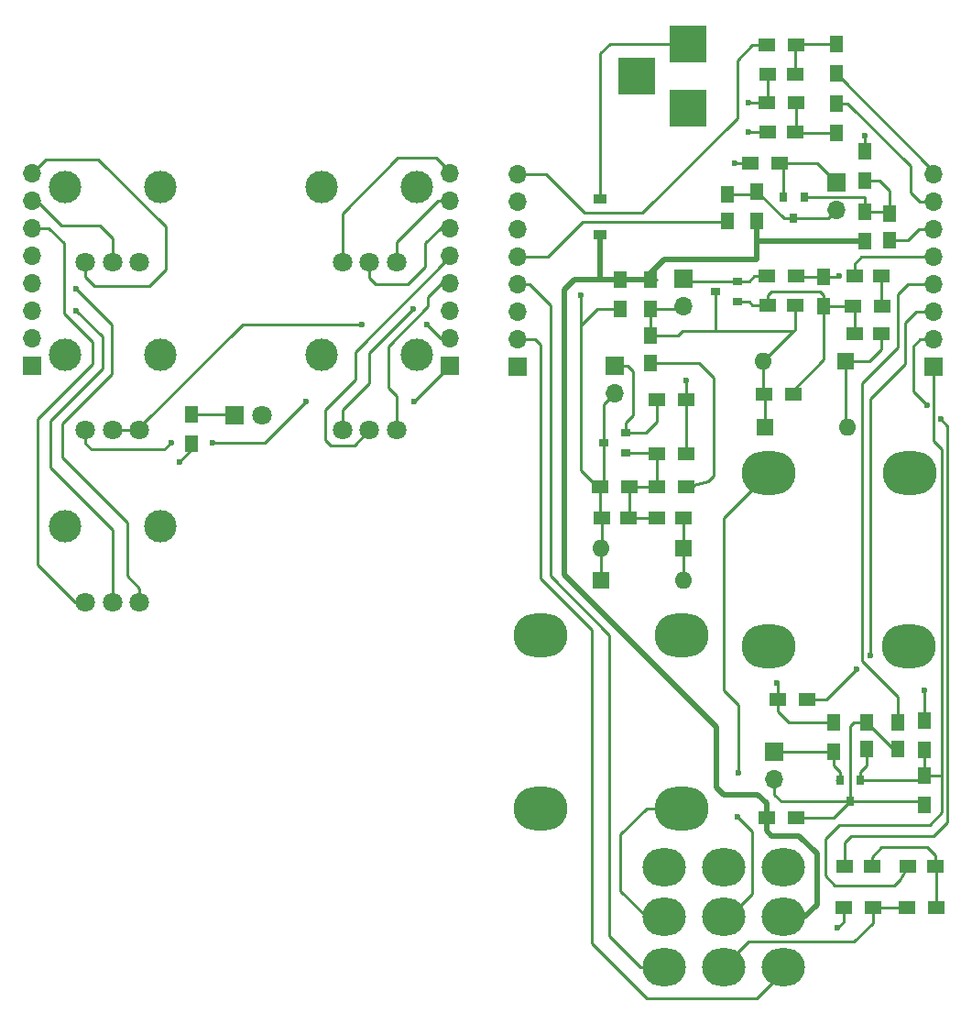
<source format=gbr>
G04 #@! TF.FileFunction,Copper,L1,Top,Signal*
%FSLAX46Y46*%
G04 Gerber Fmt 4.6, Leading zero omitted, Abs format (unit mm)*
G04 Created by KiCad (PCBNEW 4.0.7) date 03/22/18 23:55:52*
%MOMM*%
%LPD*%
G01*
G04 APERTURE LIST*
%ADD10C,0.100000*%
%ADD11C,1.800000*%
%ADD12C,3.000000*%
%ADD13O,5.000000X4.000000*%
%ADD14O,4.000000X3.500000*%
%ADD15R,1.700000X1.700000*%
%ADD16O,1.700000X1.700000*%
%ADD17R,1.500000X1.250000*%
%ADD18R,1.250000X1.500000*%
%ADD19R,1.200000X0.900000*%
%ADD20R,1.800000X1.800000*%
%ADD21R,0.800000X0.900000*%
%ADD22R,0.900000X0.800000*%
%ADD23R,1.500000X1.300000*%
%ADD24R,1.300000X1.500000*%
%ADD25R,1.600000X1.600000*%
%ADD26O,1.600000X1.600000*%
%ADD27R,3.500000X3.500000*%
%ADD28C,0.600000*%
%ADD29C,0.250000*%
%ADD30C,0.500000*%
G04 APERTURE END LIST*
D10*
D11*
X45546000Y-159639000D03*
X48046000Y-159639000D03*
X50546000Y-159639000D03*
D12*
X43646000Y-152639000D03*
X52446000Y-152639000D03*
D13*
X108689000Y-163702000D03*
X108689000Y-147702000D03*
X121689000Y-147702000D03*
X121666000Y-163702000D03*
D14*
X110021000Y-193322000D03*
X104521000Y-193322000D03*
X99021000Y-193322000D03*
X110021000Y-188722000D03*
X104521000Y-188722000D03*
X99021000Y-188722000D03*
X110021000Y-184122000D03*
X104521000Y-184122000D03*
X99021000Y-184122000D03*
D11*
X69295000Y-143764000D03*
X71795000Y-143764000D03*
X74295000Y-143764000D03*
D12*
X67395000Y-136764000D03*
X76195000Y-136764000D03*
D11*
X69295000Y-128270000D03*
X71795000Y-128270000D03*
X74295000Y-128270000D03*
D12*
X67395000Y-121270000D03*
X76195000Y-121270000D03*
D15*
X40640000Y-137795000D03*
D16*
X40640000Y-135255000D03*
X40640000Y-132715000D03*
X40640000Y-130175000D03*
X40640000Y-127635000D03*
X40640000Y-125095000D03*
X40640000Y-122555000D03*
X40640000Y-120015000D03*
D15*
X123952000Y-137922000D03*
D16*
X123952000Y-135382000D03*
X123952000Y-132842000D03*
X123952000Y-130302000D03*
X123952000Y-127762000D03*
X123952000Y-125222000D03*
X123952000Y-122682000D03*
X123952000Y-120142000D03*
D15*
X85471000Y-137922000D03*
D16*
X85471000Y-135382000D03*
X85471000Y-132842000D03*
X85471000Y-130302000D03*
X85471000Y-127762000D03*
X85471000Y-125222000D03*
X85471000Y-122682000D03*
X85471000Y-120142000D03*
D13*
X100607000Y-162688000D03*
X100607000Y-178688000D03*
X87607000Y-178688000D03*
X87630000Y-162688000D03*
D17*
X118217000Y-184023000D03*
X115717000Y-184023000D03*
X124059000Y-184023000D03*
X121559000Y-184023000D03*
D18*
X117729000Y-170708000D03*
X117729000Y-173208000D03*
X120650000Y-170708000D03*
X120650000Y-173208000D03*
D17*
X116606000Y-129540000D03*
X119106000Y-129540000D03*
X119106000Y-134874000D03*
X116606000Y-134874000D03*
X111105000Y-132207000D03*
X108605000Y-132207000D03*
D18*
X97790000Y-135021000D03*
X97790000Y-137521000D03*
D17*
X100818000Y-151892000D03*
X98318000Y-151892000D03*
X93238000Y-151892000D03*
X95738000Y-151892000D03*
X108605000Y-110871000D03*
X111105000Y-110871000D03*
X111105000Y-116205000D03*
X108605000Y-116205000D03*
D18*
X119888000Y-123718000D03*
X119888000Y-126218000D03*
X104902000Y-121940000D03*
X104902000Y-124440000D03*
D19*
X93091000Y-125729000D03*
X93091000Y-122429000D03*
D20*
X59309000Y-142367000D03*
D11*
X61849000Y-142367000D03*
X45546000Y-143764000D03*
X48046000Y-143764000D03*
X50546000Y-143764000D03*
D12*
X43646000Y-136764000D03*
X52446000Y-136764000D03*
D15*
X79248000Y-137795000D03*
D16*
X79248000Y-135255000D03*
X79248000Y-132715000D03*
X79248000Y-130175000D03*
X79248000Y-127635000D03*
X79248000Y-125095000D03*
X79248000Y-122555000D03*
X79248000Y-120015000D03*
D11*
X45546000Y-128270000D03*
X48046000Y-128270000D03*
X50546000Y-128270000D03*
D12*
X43646000Y-121270000D03*
X52446000Y-121270000D03*
D21*
X117155000Y-176038000D03*
X115255000Y-176038000D03*
X116205000Y-178038000D03*
D22*
X105775000Y-131887000D03*
X105775000Y-129987000D03*
X103775000Y-130937000D03*
X95488000Y-145857000D03*
X95488000Y-143957000D03*
X93488000Y-144907000D03*
D21*
X111948000Y-122190000D03*
X110048000Y-122190000D03*
X110998000Y-124190000D03*
D23*
X118317000Y-187833000D03*
X115617000Y-187833000D03*
X124159000Y-187833000D03*
X121459000Y-187833000D03*
D24*
X123063000Y-170608000D03*
X123063000Y-173308000D03*
X123063000Y-178388000D03*
X123063000Y-175688000D03*
D23*
X111205000Y-179578000D03*
X108505000Y-179578000D03*
D24*
X114681000Y-170735000D03*
X114681000Y-173435000D03*
D23*
X112221000Y-168656000D03*
X109521000Y-168656000D03*
X119206000Y-132334000D03*
X116506000Y-132334000D03*
D24*
X113792000Y-132287000D03*
X113792000Y-129587000D03*
D23*
X108251000Y-140462000D03*
X110951000Y-140462000D03*
D24*
X97790000Y-129841000D03*
X97790000Y-132541000D03*
D23*
X108505000Y-129540000D03*
X111205000Y-129540000D03*
X101045000Y-148971000D03*
X98345000Y-148971000D03*
X98345000Y-145923000D03*
X101045000Y-145923000D03*
X93138000Y-148971000D03*
X95838000Y-148971000D03*
D24*
X94996000Y-129841000D03*
X94996000Y-132541000D03*
D23*
X98345000Y-140970000D03*
X101045000Y-140970000D03*
X108505000Y-108204000D03*
X111205000Y-108204000D03*
X111205000Y-113538000D03*
X108505000Y-113538000D03*
D24*
X114935000Y-113585000D03*
X114935000Y-116285000D03*
X114935000Y-110824000D03*
X114935000Y-108124000D03*
X117602000Y-126318000D03*
X117602000Y-123618000D03*
X117602000Y-120730000D03*
X117602000Y-118030000D03*
X107569000Y-124413000D03*
X107569000Y-121713000D03*
D23*
X109681000Y-119126000D03*
X106981000Y-119126000D03*
D24*
X55372000Y-142287000D03*
X55372000Y-144987000D03*
D15*
X109220000Y-173482000D03*
D16*
X109220000Y-176022000D03*
D15*
X100838000Y-129794000D03*
D16*
X100838000Y-132334000D03*
D15*
X94488000Y-137795000D03*
D16*
X94488000Y-140335000D03*
D15*
X114935000Y-120904000D03*
D16*
X114935000Y-123444000D03*
D25*
X108331000Y-143510000D03*
D26*
X115951000Y-143510000D03*
D25*
X115824000Y-137414000D03*
D26*
X108204000Y-137414000D03*
D25*
X93218000Y-157607000D03*
D26*
X100838000Y-157607000D03*
D25*
X100838000Y-154686000D03*
D26*
X93218000Y-154686000D03*
D27*
X101219000Y-114046000D03*
X101219000Y-108046000D03*
X96519000Y-111046000D03*
D28*
X117602000Y-116586000D03*
X106807000Y-116205000D03*
X109474000Y-167132000D03*
X123063000Y-167767000D03*
X101092000Y-139192000D03*
X115189000Y-129540000D03*
X105537000Y-119126000D03*
X115062000Y-189738000D03*
X105918000Y-175387000D03*
X105791000Y-179451000D03*
X116840000Y-165862000D03*
X118110000Y-164592000D03*
X75819000Y-132588000D03*
X54229000Y-146685000D03*
X44704000Y-132715000D03*
X123317000Y-141478000D03*
X124587000Y-142748000D03*
X53467000Y-144907000D03*
X57277000Y-144907000D03*
X65913000Y-141097000D03*
X75946000Y-141097000D03*
X77089000Y-133985000D03*
X71120000Y-133985000D03*
X44704000Y-130683000D03*
X91313000Y-131318000D03*
X106807000Y-113538000D03*
D29*
X118217000Y-184023000D02*
X118217000Y-183154000D01*
X124059000Y-182987000D02*
X124059000Y-184023000D01*
X123317000Y-182245000D02*
X124059000Y-182987000D01*
X119126000Y-182245000D02*
X123317000Y-182245000D01*
X118217000Y-183154000D02*
X119126000Y-182245000D01*
X124159000Y-187833000D02*
X124159000Y-184123000D01*
X124159000Y-184123000D02*
X124059000Y-184023000D01*
X119106000Y-129540000D02*
X119106000Y-132234000D01*
X119106000Y-132234000D02*
X119206000Y-132334000D01*
X115824000Y-137414000D02*
X115824000Y-143383000D01*
X115824000Y-143383000D02*
X115951000Y-143510000D01*
X115824000Y-137414000D02*
X117983000Y-137414000D01*
X119106000Y-136291000D02*
X119106000Y-134874000D01*
X117983000Y-137414000D02*
X119106000Y-136291000D01*
X117602000Y-118030000D02*
X117602000Y-116586000D01*
X108605000Y-116205000D02*
X106807000Y-116205000D01*
X109521000Y-168656000D02*
X109521000Y-169719000D01*
X109521000Y-169719000D02*
X110537000Y-170735000D01*
X113792000Y-129587000D02*
X111252000Y-129587000D01*
X111252000Y-129587000D02*
X111205000Y-129540000D01*
X109521000Y-168656000D02*
X109521000Y-167179000D01*
X109521000Y-167179000D02*
X109474000Y-167132000D01*
X113745000Y-129540000D02*
X113792000Y-129587000D01*
X114681000Y-170735000D02*
X110537000Y-170735000D01*
X113458000Y-129921000D02*
X113792000Y-129587000D01*
X123063000Y-170608000D02*
X123063000Y-167767000D01*
X101045000Y-140970000D02*
X101045000Y-139239000D01*
X101045000Y-139239000D02*
X101092000Y-139192000D01*
X113792000Y-129587000D02*
X115142000Y-129587000D01*
X115142000Y-129587000D02*
X115189000Y-129540000D01*
X113745000Y-129540000D02*
X113792000Y-129587000D01*
X106981000Y-119126000D02*
X105537000Y-119126000D01*
X115617000Y-187833000D02*
X115617000Y-189183000D01*
X115617000Y-189183000D02*
X115062000Y-189738000D01*
X101045000Y-145923000D02*
X101045000Y-140970000D01*
X111205000Y-113538000D02*
X111205000Y-116105000D01*
X111205000Y-116105000D02*
X111385000Y-116285000D01*
X111385000Y-116285000D02*
X114935000Y-116285000D01*
D30*
X117602000Y-126318000D02*
X107569000Y-126318000D01*
X107569000Y-126318000D02*
X107569000Y-126238000D01*
X108505000Y-179578000D02*
X108505000Y-180768000D01*
X108966000Y-181229000D02*
X110109000Y-181229000D01*
X108505000Y-180768000D02*
X108966000Y-181229000D01*
X103886000Y-175514000D02*
X103886000Y-176784000D01*
X108505000Y-178228000D02*
X108505000Y-179578000D01*
X107696000Y-177419000D02*
X108505000Y-178228000D01*
X104521000Y-177419000D02*
X107696000Y-177419000D01*
X103886000Y-176784000D02*
X104521000Y-177419000D01*
X103886000Y-171196000D02*
X103886000Y-175514000D01*
X89789000Y-130810000D02*
X90758000Y-129841000D01*
X89789000Y-157099000D02*
X89789000Y-130810000D01*
X90758000Y-129841000D02*
X93091000Y-129841000D01*
X103886000Y-171196000D02*
X89789000Y-157099000D01*
D29*
X108505000Y-179578000D02*
X108505000Y-180133000D01*
D30*
X110109000Y-181229000D02*
X111506000Y-181229000D01*
X113157000Y-187579000D02*
X112014000Y-188722000D01*
X113157000Y-182880000D02*
X113157000Y-187579000D01*
X111506000Y-181229000D02*
X113157000Y-182880000D01*
X112014000Y-188722000D02*
X110021000Y-188722000D01*
X97790000Y-129841000D02*
X97790000Y-129286000D01*
X97790000Y-129286000D02*
X99060000Y-128016000D01*
X93091000Y-125729000D02*
X93091000Y-129841000D01*
X94996000Y-129841000D02*
X97790000Y-129841000D01*
X93091000Y-129841000D02*
X94996000Y-129841000D01*
X93092000Y-125730000D02*
X93091000Y-125729000D01*
X92964000Y-125856000D02*
X93091000Y-125729000D01*
X107569000Y-128016000D02*
X107569000Y-126238000D01*
X107569000Y-126238000D02*
X107569000Y-124413000D01*
X107569000Y-128016000D02*
X99060000Y-128016000D01*
X107569000Y-124413000D02*
X107569000Y-124460000D01*
X107268000Y-124714000D02*
X107569000Y-124413000D01*
D29*
X97790000Y-129841000D02*
X98378000Y-129841000D01*
X97790000Y-129841000D02*
X97790000Y-129493000D01*
X107569000Y-124413000D02*
X107649000Y-124413000D01*
X104521000Y-188722000D02*
X105029000Y-188722000D01*
X105029000Y-188722000D02*
X107188000Y-186563000D01*
X104521000Y-151870000D02*
X108689000Y-147702000D01*
X104521000Y-167767000D02*
X104521000Y-151870000D01*
X105918000Y-169164000D02*
X104521000Y-167767000D01*
X105918000Y-175387000D02*
X105918000Y-169164000D01*
X107188000Y-180848000D02*
X105791000Y-179451000D01*
X107188000Y-186563000D02*
X107188000Y-180848000D01*
X104521000Y-188722000D02*
X105410000Y-188722000D01*
X104521000Y-188722000D02*
X104267000Y-188722000D01*
X99021000Y-188722000D02*
X97409000Y-188722000D01*
X97409000Y-188722000D02*
X94996000Y-186309000D01*
X94996000Y-186309000D02*
X94996000Y-181102000D01*
X94996000Y-181102000D02*
X97410000Y-178688000D01*
X97410000Y-178688000D02*
X100607000Y-178688000D01*
X100607000Y-178688000D02*
X100607000Y-179474000D01*
X100607000Y-178688000D02*
X102361000Y-178688000D01*
X91503500Y-124523500D02*
X104818500Y-124523500D01*
X104818500Y-124523500D02*
X104902000Y-124440000D01*
X88265000Y-127762000D02*
X85471000Y-127762000D01*
X91503500Y-124523500D02*
X88265000Y-127762000D01*
X85725000Y-127762000D02*
X85471000Y-127762000D01*
X123952000Y-125222000D02*
X122555000Y-125222000D01*
X121559000Y-126218000D02*
X119888000Y-126218000D01*
X122555000Y-125222000D02*
X121559000Y-126218000D01*
X123952000Y-132842000D02*
X122301000Y-132842000D01*
X114046000Y-168656000D02*
X112221000Y-168656000D01*
X116840000Y-165862000D02*
X114046000Y-168656000D01*
X118110000Y-140843000D02*
X118110000Y-164592000D01*
X121285000Y-137668000D02*
X118110000Y-140843000D01*
X121285000Y-133858000D02*
X121285000Y-137668000D01*
X122301000Y-132842000D02*
X121285000Y-133858000D01*
X116606000Y-129540000D02*
X116606000Y-128377000D01*
X117221000Y-127762000D02*
X119126000Y-127762000D01*
X116606000Y-128377000D02*
X117221000Y-127762000D01*
X116606000Y-129540000D02*
X116713000Y-129540000D01*
X116606000Y-129540000D02*
X116606000Y-129393000D01*
X119126000Y-127762000D02*
X123825000Y-127762000D01*
X114935000Y-113585000D02*
X115998000Y-113585000D01*
X115998000Y-113585000D02*
X121793000Y-119380000D01*
X123825000Y-122682000D02*
X122682000Y-122682000D01*
X121793000Y-121793000D02*
X121793000Y-119380000D01*
X122682000Y-122682000D02*
X121793000Y-121793000D01*
X114935000Y-113585000D02*
X114982000Y-113585000D01*
X123952000Y-122682000D02*
X123825000Y-122682000D01*
X123952000Y-120142000D02*
X123952000Y-119841000D01*
X123952000Y-119841000D02*
X114935000Y-110824000D01*
X114935000Y-110824000D02*
X115269000Y-110824000D01*
X110021000Y-193322000D02*
X110021000Y-193763000D01*
X110021000Y-193763000D02*
X107569000Y-196215000D01*
X107569000Y-196215000D02*
X97409000Y-196215000D01*
X97409000Y-196215000D02*
X92329000Y-191135000D01*
X92329000Y-191135000D02*
X92329000Y-162179000D01*
X92329000Y-162179000D02*
X87630000Y-157480000D01*
X87630000Y-157480000D02*
X87630000Y-135890000D01*
X87630000Y-135890000D02*
X87122000Y-135382000D01*
X87122000Y-135382000D02*
X85471000Y-135382000D01*
X85471000Y-130302000D02*
X86614000Y-130302000D01*
X96802000Y-193322000D02*
X99021000Y-193322000D01*
X93980000Y-190500000D02*
X96802000Y-193322000D01*
X93980000Y-162687000D02*
X93980000Y-190500000D01*
X88519000Y-157226000D02*
X93980000Y-162687000D01*
X88519000Y-132207000D02*
X88519000Y-157226000D01*
X86614000Y-130302000D02*
X88519000Y-132207000D01*
X85471000Y-130302000D02*
X86106000Y-130302000D01*
X123952000Y-130302000D02*
X121539000Y-130302000D01*
X120650000Y-168402000D02*
X120650000Y-170708000D01*
X117348000Y-165100000D02*
X120650000Y-168402000D01*
X117348000Y-139446000D02*
X117348000Y-165100000D01*
X120650000Y-136144000D02*
X117348000Y-139446000D01*
X120650000Y-131191000D02*
X120650000Y-136144000D01*
X121539000Y-130302000D02*
X120650000Y-131191000D01*
X120122000Y-170708000D02*
X120650000Y-170708000D01*
X120650000Y-170708000D02*
X120650000Y-170180000D01*
X97790000Y-137521000D02*
X102215000Y-137521000D01*
X103124000Y-148463000D02*
X101045000Y-148971000D01*
X103632000Y-147955000D02*
X103124000Y-148463000D01*
X103632000Y-138938000D02*
X103632000Y-147955000D01*
X102215000Y-137521000D02*
X103632000Y-138938000D01*
X101045000Y-148971000D02*
X101727000Y-148971000D01*
X95738000Y-151892000D02*
X98318000Y-151892000D01*
X95488000Y-145857000D02*
X98279000Y-145857000D01*
X98279000Y-145857000D02*
X98345000Y-145923000D01*
X95845000Y-151785000D02*
X95738000Y-151892000D01*
X98345000Y-148971000D02*
X95838000Y-148971000D01*
X98345000Y-145923000D02*
X98345000Y-148971000D01*
X95758000Y-151912000D02*
X95838000Y-151832000D01*
X95838000Y-151832000D02*
X95838000Y-148971000D01*
X117602000Y-120730000D02*
X118952000Y-120730000D01*
X119888000Y-121666000D02*
X119888000Y-123718000D01*
X118952000Y-120730000D02*
X119888000Y-121666000D01*
X117602000Y-123618000D02*
X119788000Y-123618000D01*
X119788000Y-123618000D02*
X119888000Y-123718000D01*
X111948000Y-122190000D02*
X117602000Y-122190000D01*
X117602000Y-123618000D02*
X117602000Y-122190000D01*
X117715000Y-120843000D02*
X117602000Y-120730000D01*
X93091000Y-122429000D02*
X93091000Y-108966000D01*
X93091000Y-108966000D02*
X94011000Y-108046000D01*
X94011000Y-108046000D02*
X101219000Y-108046000D01*
X93091000Y-122429000D02*
X93091000Y-122047000D01*
X55372000Y-142287000D02*
X59229000Y-142287000D01*
X59229000Y-142287000D02*
X59309000Y-142367000D01*
X110021000Y-184122000D02*
X110021000Y-183300000D01*
X69295000Y-143764000D02*
X69295000Y-141906000D01*
X71755000Y-136652000D02*
X75819000Y-132588000D01*
X71755000Y-139446000D02*
X71755000Y-136652000D01*
X69295000Y-141906000D02*
X71755000Y-139446000D01*
X74295000Y-140589000D02*
X74295000Y-143764000D01*
X79248000Y-130175000D02*
X78486000Y-130175000D01*
X78486000Y-130175000D02*
X77216000Y-131445000D01*
X77216000Y-131445000D02*
X77216000Y-132334000D01*
X77216000Y-132334000D02*
X73533000Y-136017000D01*
X73533000Y-136017000D02*
X73533000Y-139827000D01*
X73533000Y-139827000D02*
X74295000Y-140589000D01*
X70398000Y-145161000D02*
X71795000Y-143764000D01*
X79248000Y-127635000D02*
X79248000Y-127762000D01*
X79248000Y-127762000D02*
X70485000Y-136525000D01*
X70485000Y-136525000D02*
X70485000Y-139065000D01*
X70485000Y-139065000D02*
X67691000Y-141859000D01*
X67691000Y-141859000D02*
X67691000Y-144653000D01*
X67691000Y-144653000D02*
X68199000Y-145161000D01*
X68199000Y-145161000D02*
X70398000Y-145161000D01*
X78359000Y-125095000D02*
X79248000Y-125095000D01*
X76962000Y-126492000D02*
X78359000Y-125095000D01*
X76962000Y-128651000D02*
X76962000Y-126492000D01*
X75311000Y-130302000D02*
X76962000Y-128651000D01*
X72390000Y-130302000D02*
X75311000Y-130302000D01*
X71795000Y-128270000D02*
X71795000Y-129707000D01*
X71795000Y-129707000D02*
X72390000Y-130302000D01*
X55372000Y-144987000D02*
X55372000Y-145542000D01*
X55372000Y-145542000D02*
X54229000Y-146685000D01*
X48046000Y-159639000D02*
X48046000Y-152948000D01*
X47117000Y-135128000D02*
X44704000Y-132715000D01*
X47117000Y-138049000D02*
X47117000Y-135128000D01*
X42291000Y-142875000D02*
X47117000Y-138049000D01*
X42291000Y-147193000D02*
X42291000Y-142875000D01*
X48046000Y-152948000D02*
X42291000Y-147193000D01*
X45546000Y-159639000D02*
X44577000Y-159639000D01*
X42164000Y-125095000D02*
X40640000Y-125095000D01*
X43561000Y-126492000D02*
X42164000Y-125095000D01*
X43561000Y-132969000D02*
X43561000Y-126492000D01*
X46228000Y-135636000D02*
X43561000Y-132969000D01*
X46228000Y-137668000D02*
X46228000Y-135636000D01*
X41148000Y-142748000D02*
X46228000Y-137668000D01*
X41148000Y-156210000D02*
X41148000Y-142748000D01*
X44577000Y-159639000D02*
X41148000Y-156210000D01*
X123952000Y-141351000D02*
X123952000Y-144780000D01*
X123952000Y-144780000D02*
X124714000Y-145542000D01*
X124714000Y-145542000D02*
X124714000Y-175641000D01*
X123952000Y-137922000D02*
X123952000Y-141351000D01*
X124714000Y-179070000D02*
X123571000Y-180213000D01*
X115189000Y-180213000D02*
X123571000Y-180213000D01*
X113919000Y-184912000D02*
X113919000Y-181483000D01*
X114808000Y-185801000D02*
X113919000Y-184912000D01*
X120269000Y-185801000D02*
X114808000Y-185801000D01*
X120797000Y-185273000D02*
X120269000Y-185801000D01*
X121559000Y-184023000D02*
X120797000Y-185273000D01*
X113919000Y-181483000D02*
X115189000Y-180213000D01*
X124714000Y-179070000D02*
X124714000Y-175641000D01*
X117155000Y-176038000D02*
X122713000Y-176038000D01*
X122713000Y-176038000D02*
X123063000Y-175688000D01*
X117155000Y-176038000D02*
X117155000Y-175326000D01*
X117729000Y-174752000D02*
X117729000Y-173208000D01*
X117155000Y-175326000D02*
X117729000Y-174752000D01*
X123063000Y-175688000D02*
X124714000Y-175688000D01*
X124714000Y-175688000D02*
X124714000Y-175641000D01*
X123063000Y-175688000D02*
X123063000Y-173308000D01*
X123063000Y-173308000D02*
X122963000Y-173208000D01*
X125222000Y-143637000D02*
X125222000Y-143383000D01*
X122682000Y-135382000D02*
X123952000Y-135382000D01*
X122047000Y-136017000D02*
X122682000Y-135382000D01*
X122047000Y-140208000D02*
X122047000Y-136017000D01*
X123317000Y-141478000D02*
X122047000Y-140208000D01*
X125222000Y-143383000D02*
X124587000Y-142748000D01*
X116332000Y-181229000D02*
X123952000Y-181229000D01*
X125222000Y-179959000D02*
X125222000Y-143637000D01*
X123952000Y-181229000D02*
X125222000Y-179959000D01*
X115717000Y-181844000D02*
X115717000Y-184023000D01*
X116332000Y-181229000D02*
X115717000Y-181844000D01*
X113792000Y-132287000D02*
X113792000Y-131318000D01*
X113411000Y-130937000D02*
X112014000Y-130937000D01*
X113792000Y-131318000D02*
X113411000Y-130937000D01*
X113792000Y-132287000D02*
X116459000Y-132287000D01*
X116459000Y-132287000D02*
X116506000Y-132334000D01*
X116606000Y-134874000D02*
X116606000Y-132434000D01*
X116606000Y-132434000D02*
X116506000Y-132334000D01*
X113792000Y-132287000D02*
X113792000Y-137240000D01*
X113792000Y-137240000D02*
X110951000Y-140081000D01*
X105775000Y-131887000D02*
X106868000Y-131887000D01*
X107188000Y-132207000D02*
X108605000Y-132207000D01*
X106868000Y-131887000D02*
X107188000Y-132207000D01*
X108605000Y-132207000D02*
X108605000Y-131298000D01*
X108605000Y-131298000D02*
X108966000Y-130937000D01*
X108966000Y-130937000D02*
X112014000Y-130937000D01*
X116606000Y-134874000D02*
X116479000Y-134894000D01*
X105791000Y-131903000D02*
X105775000Y-131887000D01*
X113872000Y-132207000D02*
X113792000Y-132287000D01*
X113872000Y-132287000D02*
X113792000Y-132287000D01*
X100838000Y-154686000D02*
X100838000Y-151912000D01*
X100838000Y-151912000D02*
X100818000Y-151892000D01*
X100838000Y-154686000D02*
X100838000Y-157607000D01*
X100838000Y-151912000D02*
X100818000Y-151892000D01*
X114935000Y-108124000D02*
X111285000Y-108124000D01*
X111285000Y-108124000D02*
X111105000Y-108304000D01*
X111105000Y-108304000D02*
X111105000Y-110871000D01*
X79248000Y-137795000D02*
X75946000Y-141097000D01*
X45546000Y-144987000D02*
X45546000Y-143764000D01*
X46101000Y-145542000D02*
X45546000Y-144987000D01*
X52832000Y-145542000D02*
X46101000Y-145542000D01*
X53467000Y-144907000D02*
X52832000Y-145542000D01*
X62103000Y-144907000D02*
X57277000Y-144907000D01*
X65913000Y-141097000D02*
X62103000Y-144907000D01*
X50546000Y-143764000D02*
X50546000Y-143510000D01*
X50546000Y-143510000D02*
X60071000Y-133985000D01*
X78359000Y-135255000D02*
X79248000Y-135255000D01*
X77089000Y-133985000D02*
X78359000Y-135255000D01*
X60071000Y-133985000D02*
X71120000Y-133985000D01*
X48046000Y-143764000D02*
X50546000Y-143764000D01*
X79248000Y-122555000D02*
X78105000Y-122555000D01*
X78105000Y-122555000D02*
X74295000Y-126365000D01*
X74295000Y-126365000D02*
X74295000Y-128270000D01*
X79248000Y-120015000D02*
X79248000Y-119888000D01*
X79248000Y-119888000D02*
X77978000Y-118618000D01*
X77978000Y-118618000D02*
X74422000Y-118618000D01*
X74422000Y-118618000D02*
X69295000Y-123745000D01*
X69295000Y-123745000D02*
X69295000Y-128270000D01*
X50546000Y-159639000D02*
X50546000Y-158369000D01*
X48006000Y-133985000D02*
X44704000Y-130683000D01*
X48006000Y-138557000D02*
X48006000Y-133985000D01*
X43434000Y-143129000D02*
X48006000Y-138557000D01*
X43434000Y-146304000D02*
X43434000Y-143129000D01*
X49403000Y-152273000D02*
X43434000Y-146304000D01*
X49403000Y-157226000D02*
X49403000Y-152273000D01*
X50546000Y-158369000D02*
X49403000Y-157226000D01*
X40640000Y-120015000D02*
X41910000Y-118745000D01*
X45546000Y-129620000D02*
X45546000Y-128270000D01*
X46355000Y-130429000D02*
X45546000Y-129620000D01*
X51435000Y-130429000D02*
X46355000Y-130429000D01*
X52959000Y-128905000D02*
X51435000Y-130429000D01*
X52959000Y-124968000D02*
X52959000Y-128905000D01*
X46736000Y-118745000D02*
X52959000Y-124968000D01*
X41910000Y-118745000D02*
X46736000Y-118745000D01*
X40640000Y-120015000D02*
X40640000Y-119761000D01*
X104521000Y-193322000D02*
X104521000Y-193294000D01*
X104521000Y-193294000D02*
X106807000Y-191008000D01*
X118317000Y-189277000D02*
X118317000Y-187833000D01*
X116586000Y-191008000D02*
X118317000Y-189277000D01*
X106807000Y-191008000D02*
X116586000Y-191008000D01*
X121459000Y-187833000D02*
X118317000Y-187833000D01*
X40640000Y-122555000D02*
X41021000Y-122555000D01*
X41021000Y-122555000D02*
X43307000Y-124841000D01*
X43307000Y-124841000D02*
X46863000Y-124841000D01*
X46863000Y-124841000D02*
X48046000Y-126024000D01*
X48046000Y-126024000D02*
X48046000Y-128270000D01*
X111205000Y-179578000D02*
X114665000Y-179578000D01*
X114665000Y-179578000D02*
X116205000Y-178038000D01*
X120650000Y-173208000D02*
X120229000Y-173208000D01*
X120229000Y-173208000D02*
X117729000Y-170708000D01*
X116205000Y-178038000D02*
X109839000Y-178038000D01*
X109220000Y-177419000D02*
X109220000Y-176022000D01*
X109839000Y-178038000D02*
X109220000Y-177419000D01*
X116205000Y-178038000D02*
X116205000Y-171069000D01*
X116566000Y-170708000D02*
X117729000Y-170708000D01*
X116205000Y-171069000D02*
X116566000Y-170708000D01*
X109220000Y-176022000D02*
X109220000Y-176149000D01*
X117455000Y-170708000D02*
X117729000Y-170708000D01*
X116205000Y-178038000D02*
X122713000Y-178038000D01*
X122713000Y-178038000D02*
X123063000Y-178388000D01*
X111105000Y-132207000D02*
X111105000Y-134513000D01*
X111105000Y-134513000D02*
X110998000Y-134620000D01*
X110998000Y-134620000D02*
X108204000Y-137414000D01*
X108204000Y-137414000D02*
X108204000Y-140034000D01*
X108204000Y-140034000D02*
X108331000Y-140161000D01*
X108331000Y-140161000D02*
X108331000Y-143510000D01*
X107743000Y-137508000D02*
X107823000Y-137588000D01*
X108251000Y-140081000D02*
X108251000Y-140128000D01*
X108458000Y-144018000D02*
X107950000Y-143510000D01*
X108251000Y-140509000D02*
X108251000Y-140081000D01*
X103775000Y-130937000D02*
X103775000Y-134620000D01*
X103775000Y-134620000D02*
X103759000Y-134620000D01*
X110998000Y-132314000D02*
X111105000Y-132207000D01*
X97790000Y-135021000D02*
X100310000Y-135021000D01*
X100711000Y-134620000D02*
X103759000Y-134620000D01*
X103759000Y-134620000D02*
X110998000Y-134620000D01*
X100310000Y-135021000D02*
X100711000Y-134620000D01*
X97790000Y-132541000D02*
X100631000Y-132541000D01*
X97790000Y-132541000D02*
X97790000Y-135021000D01*
X97690000Y-132441000D02*
X97790000Y-132541000D01*
X106807000Y-113538000D02*
X108505000Y-113538000D01*
X93218000Y-157607000D02*
X93218000Y-154686000D01*
X93218000Y-154686000D02*
X93238000Y-154666000D01*
X93238000Y-154666000D02*
X93238000Y-151892000D01*
X91313000Y-134239000D02*
X91313000Y-131318000D01*
X91313000Y-147447000D02*
X91313000Y-134239000D01*
X91313000Y-134239000D02*
X91313000Y-134112000D01*
X92329000Y-148463000D02*
X91313000Y-147447000D01*
X93138000Y-148971000D02*
X92329000Y-148463000D01*
X92884000Y-132541000D02*
X94996000Y-132541000D01*
X91313000Y-134112000D02*
X92884000Y-132541000D01*
X93488000Y-144907000D02*
X93488000Y-148621000D01*
X93488000Y-148621000D02*
X93138000Y-148971000D01*
X94488000Y-140335000D02*
X93472000Y-141351000D01*
X93472000Y-141351000D02*
X93472000Y-144891000D01*
X93472000Y-144891000D02*
X93488000Y-144907000D01*
X94996000Y-132461000D02*
X94996000Y-132541000D01*
X95114351Y-132342649D02*
X94996000Y-132541000D01*
X93238000Y-151892000D02*
X93238000Y-153905000D01*
X93238000Y-153905000D02*
X92838000Y-154305000D01*
X93138000Y-148971000D02*
X93138000Y-151792000D01*
X93138000Y-151792000D02*
X92838000Y-152092000D01*
X93488000Y-148621000D02*
X93138000Y-148971000D01*
X108605000Y-110871000D02*
X108605000Y-113438000D01*
X108605000Y-113438000D02*
X108505000Y-113538000D01*
X107569000Y-121713000D02*
X107616000Y-121713000D01*
X107616000Y-121713000D02*
X110093000Y-124190000D01*
X110093000Y-124190000D02*
X110998000Y-124190000D01*
X104902000Y-121940000D02*
X107342000Y-121940000D01*
X107342000Y-121940000D02*
X107569000Y-121713000D01*
X110998000Y-124190000D02*
X114189000Y-124190000D01*
X114189000Y-124190000D02*
X114935000Y-123444000D01*
X107569000Y-121713000D02*
X107997000Y-121713000D01*
X110728000Y-124460000D02*
X110998000Y-124190000D01*
X104802000Y-121840000D02*
X104902000Y-121940000D01*
X115255000Y-176038000D02*
X115255000Y-175326000D01*
X114681000Y-174752000D02*
X114681000Y-173435000D01*
X115255000Y-175326000D02*
X114681000Y-174752000D01*
X115255000Y-176038000D02*
X114951000Y-176038000D01*
X114681000Y-173435000D02*
X115015000Y-173435000D01*
X109220000Y-173482000D02*
X114634000Y-173482000D01*
X114634000Y-173482000D02*
X114681000Y-173435000D01*
X114681000Y-173435000D02*
X114761000Y-173435000D01*
X105775000Y-129987000D02*
X101031000Y-129987000D01*
X101031000Y-129987000D02*
X100838000Y-129794000D01*
X105775000Y-129987000D02*
X106868000Y-129987000D01*
X107315000Y-129540000D02*
X108505000Y-129540000D01*
X106868000Y-129987000D02*
X107315000Y-129540000D01*
X105582000Y-129794000D02*
X105775000Y-129987000D01*
X105709000Y-129921000D02*
X105775000Y-129987000D01*
X108439000Y-129606000D02*
X108505000Y-129540000D01*
X98345000Y-140970000D02*
X98345000Y-142955000D01*
X98345000Y-142955000D02*
X97343000Y-143957000D01*
X96139000Y-138303000D02*
X96139000Y-142367000D01*
X95488000Y-143018000D02*
X95488000Y-143957000D01*
X96139000Y-142367000D02*
X95488000Y-143018000D01*
X94488000Y-137795000D02*
X95631000Y-137795000D01*
X95631000Y-137795000D02*
X96139000Y-138303000D01*
X95488000Y-143957000D02*
X97343000Y-143957000D01*
X94488000Y-137795000D02*
X95123000Y-137795000D01*
X98279000Y-141036000D02*
X98345000Y-140970000D01*
X109681000Y-119126000D02*
X113157000Y-119126000D01*
X113157000Y-119126000D02*
X114935000Y-120904000D01*
X110048000Y-122190000D02*
X110048000Y-119493000D01*
X110048000Y-119493000D02*
X109681000Y-119126000D01*
X108505000Y-108204000D02*
X107188000Y-108204000D01*
X88138000Y-120142000D02*
X85471000Y-120142000D01*
X91694000Y-123698000D02*
X88138000Y-120142000D01*
X97028000Y-123698000D02*
X91694000Y-123698000D01*
X105791000Y-114935000D02*
X97028000Y-123698000D01*
X105791000Y-109601000D02*
X105791000Y-114935000D01*
X107188000Y-108204000D02*
X105791000Y-109601000D01*
X85471000Y-120142000D02*
X85471000Y-120015000D01*
M02*

</source>
